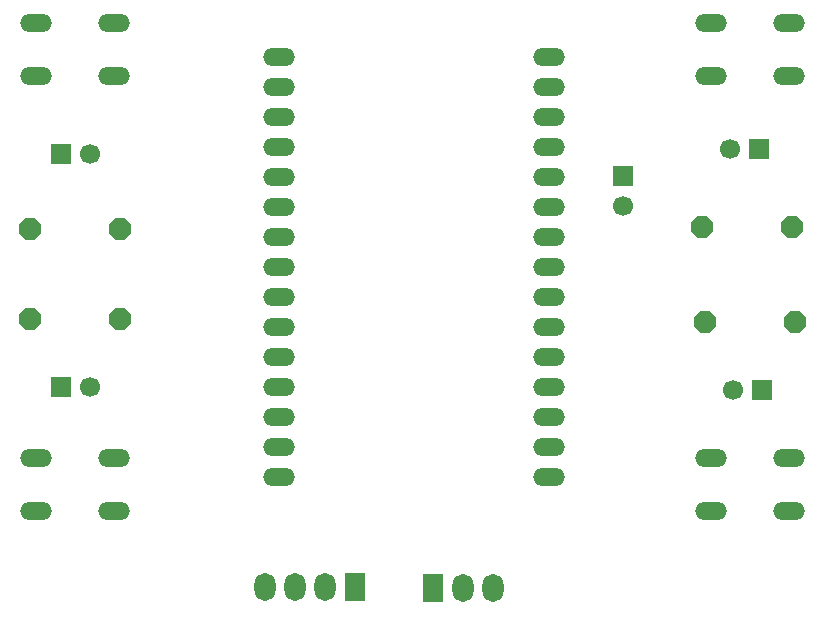
<source format=gbr>
G04 --- HEADER BEGIN --- *
G04 #@! TF.GenerationSoftware,LibrePCB,LibrePCB,0.1.6*
G04 #@! TF.CreationDate,2022-09-15T14:24:33*
G04 #@! TF.ProjectId,D&D Alerter,e525b3f6-46db-4784-bcd4-d1e7e9f5ff90,v1*
G04 #@! TF.Part,Single*
G04 #@! TF.SameCoordinates*
G04 #@! TF.FileFunction,Soldermask,Bot*
G04 #@! TF.FilePolarity,Negative*
%FSLAX66Y66*%
%MOMM*%
G01*
G75*
G04 --- HEADER END --- *
G04 --- APERTURE LIST BEGIN --- *
%ADD10O,1.787X2.39*%
%ADD11R,1.787X2.39*%
%ADD12C,1.7*%
%ADD13R,1.7X1.7*%
%ADD14O,2.7X1.5*%
%AMROTATEDOCTAGON15*4,1,8,0.9128,0.378094,0.378094,0.9128,-0.378094,0.9128,-0.9128,0.378094,-0.9128,-0.378094,-0.378094,-0.9128,0.378094,-0.9128,0.9128,-0.378094,0.9128,0.378094,0.0*%
%ADD15ROTATEDOCTAGON15*%
G04 --- APERTURE LIST END --- *
G04 --- BOARD BEGIN --- *
D10*
G04 #@! TO.C,J1*
X-7429596Y-27121428D03*
D11*
X-4889596Y-27121428D03*
D10*
X-12509596Y-27121428D03*
X-9969596Y-27121428D03*
D12*
G04 #@! TO.C,C4*
X27067224Y-10404236D03*
D13*
X29567224Y-10404236D03*
D12*
G04 #@! TO.C,C2*
X-27325000Y-10160000D03*
D13*
X-29825000Y-10160000D03*
D14*
G04 #@! TO.C,S3*
X31875000Y20665000D03*
X31875000Y16165000D03*
X25275000Y16165000D03*
X25275000Y20665000D03*
G04 #@! TO.C,S4*
X31875000Y-16165000D03*
X31875000Y-20665000D03*
X25275000Y-20665000D03*
X25275000Y-16165000D03*
D15*
G04 #@! TO.C,R4*
X24693986Y-4683548D03*
X32313986Y-4683548D03*
D11*
G04 #@! TO.C,J2*
X1714994Y-27195512D03*
D10*
X6794994Y-27195512D03*
X4254994Y-27195512D03*
D15*
G04 #@! TO.C,R3*
X24463464Y3376838D03*
X32083464Y3376838D03*
D14*
G04 #@! TO.C,S1*
X-25275000Y20665000D03*
X-25275000Y16165000D03*
X-31875000Y16165000D03*
X-31875000Y20665000D03*
D12*
G04 #@! TO.C,C3*
X26807738Y9980182D03*
D13*
X29307738Y9980182D03*
D12*
G04 #@! TO.C,C5*
X17777216Y5181868D03*
D13*
X17777216Y7681868D03*
D14*
G04 #@! TO.C,U1*
X-11350000Y12730000D03*
X-11350000Y-5050000D03*
X11510000Y12730000D03*
X11510000Y7650000D03*
X-11350000Y30000D03*
X-11350000Y5110000D03*
X11510000Y2570000D03*
X11510000Y30000D03*
X-11350000Y7650000D03*
X-11350000Y-7590000D03*
X11510000Y-7590000D03*
X11510000Y-17750000D03*
X11510000Y10190000D03*
X11510000Y5110000D03*
X-11350000Y-15210000D03*
X11510000Y17810000D03*
X11510000Y-12670000D03*
X-11350000Y15270000D03*
X11510000Y-5050000D03*
X11510000Y-2510000D03*
X11510000Y15270000D03*
X11510000Y-15210000D03*
X-11350000Y-12670000D03*
X-11350000Y17810000D03*
X-11350000Y-17750000D03*
X-11350000Y10190000D03*
X11510000Y-10130000D03*
X-11350000Y-2510000D03*
X-11350000Y2570000D03*
X-11350000Y-10130000D03*
D15*
G04 #@! TO.C,R1*
X-24765000Y3175000D03*
X-32385000Y3175000D03*
G04 #@! TO.C,R2*
X-24765000Y-4445000D03*
X-32385000Y-4445000D03*
D12*
G04 #@! TO.C,C1*
X-27325000Y9525000D03*
D13*
X-29825000Y9525000D03*
D14*
G04 #@! TO.C,S2*
X-25275000Y-16165000D03*
X-25275000Y-20665000D03*
X-31875000Y-20665000D03*
X-31875000Y-16165000D03*
G04 --- BOARD END --- *
G04 #@! TF.MD5,c1744501f0f6d1a43e08d6e97a961d06*
M02*

</source>
